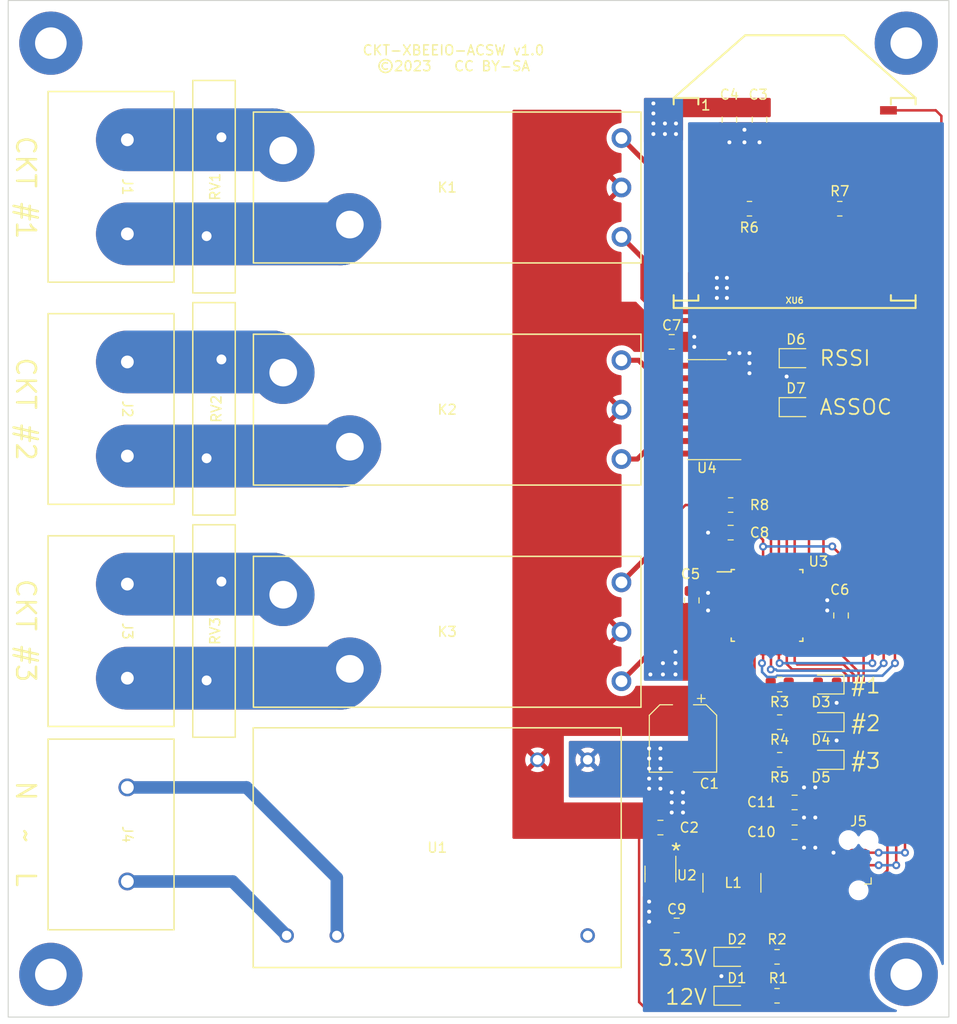
<source format=kicad_pcb>
(kicad_pcb (version 20211014) (generator pcbnew)
  (layers (0 "F.Cu" signal) (31 "B.Cu" signal) (34 "B.Paste" user) (35 "F.Paste" user) (36 "B.SilkS" user "B.Silkscreen") (37 "F.SilkS" user "F.Silkscreen") (38 "B.Mask" user) (39 "F.Mask" user) (44 "Edge.Cuts" user))
  (net 0 "")
  (net 1 "+12V")
  (net 2 "GND")
  (net 3 "+3.3V")
  (net 4 "Net-(C9-Pad1)")
  (net 5 "Net-(C9-Pad2)")
  (net 6 "Net-(D1-Pad2)")
  (net 7 "Net-(D2-Pad2)")
  (net 8 "Net-(D3-Pad2)")
  (net 9 "Net-(D4-Pad2)")
  (net 10 "Net-(D5-Pad2)")
  (net 11 "Net-(D6-Pad2)")
  (net 12 "Net-(D7-Pad2)")
  (net 13 "Net-(J1-Pad1)")
  (net 14 "Net-(J1-Pad2)")
  (net 15 "Net-(J2-Pad1)")
  (net 16 "Net-(J2-Pad2)")
  (net 17 "Net-(J3-Pad1)")
  (net 18 "Net-(J3-Pad2)")
  (net 19 "/MISO")
  (net 20 "/SCK")
  (net 21 "/MOSI")
  (net 22 "Net-(K3-Pad1)")
  (net 23 "Net-(K3-Pad2)")
  (net 24 "Net-(R3-Pad2)")
  (net 25 "Net-(R4-Pad2)")
  (net 26 "Net-(R5-Pad2)")
  (net 27 "Net-(R6-Pad2)")
  (net 28 "Net-(R7-Pad2)")
  (net 34 "/IN1")
  (net 35 "/IN2")
  (net 36 "/IN3")
  (net 40 "Net-(U3-Pad23)")
  (net 41 "Net-(U3-Pad24)")
  (net 42 "Net-(U3-Pad25)")
  (net 43 "Net-(U3-Pad26)")
  (net 44 "Net-(U3-Pad27)")
  (net 45 "Net-(U3-Pad28)")
  (net 63 "/Neutral")
  (net 64 "/Line")
  (net 69 "Net-(K1-Pad2)")
  (net 70 "Net-(K2-Pad1)")
  (net 71 "Net-(K2-Pad2)")
  (net 72 "Net-(K1-Pad1)")
  (net 73 "/~{RESET}")
  (footprint "ISE_UltraLibrarian:CONN_1714971_PXC" (layer "F.Cu") (at 43.815 99.06 -90)
    (fp_text reference "J2")
    (fp_text value "Screw_Terminal_01x02")
  )
  (footprint "ISE_Generic:ADJH2xxxx" (layer "F.Cu") (at 93.844998 131.365 180)
    (fp_text reference "K3")
    (fp_text value "ADJH23xxx")
  )
  (footprint "Package_QFP:TQFP-32_7x7mm_P0.8mm" (layer "F.Cu") (at 108.585 123.698)
    (fp_text reference "U3")
    (fp_text value "ATmega328P-A")
  )
  (footprint "LED_SMD:LED_0805_2012Metric" (layer "F.Cu") (at 104.902 159.258)
    (fp_text reference "D2")
    (fp_text value "GREEN")
  )
  (footprint "SparkFun RF:XBEE-SMD" (layer "F.Cu") (at 111.379 93.599)
    (fp_text reference "XU6")
    (fp_text value "XB3-24Z8PT" hide)
  )
  (footprint "Capacitor_SMD:C_0805_2012Metric" (layer "F.Cu") (at 100.965 123.19 90)
    (fp_text reference "C5")
    (fp_text value "0.1uF")
  )
  (footprint "ISE_Generic:ADJH2xxxx" (layer "F.Cu") (at 93.844998 108.886 180)
    (fp_text reference "K2")
    (fp_text value "ADJH23xxx")
  )
  (footprint "LED_SMD:LED_0805_2012Metric" (layer "F.Cu") (at 114.6935 135.509 180)
    (fp_text reference "D4")
    (fp_text value "BLUE")
  )
  (footprint "LED_SMD:LED_0805_2012Metric" (layer "F.Cu") (at 114.6935 139.319 180)
    (fp_text reference "D5")
    (fp_text value "BLUE")
  )
  (footprint "Capacitor_SMD:CP_Elec_6.3x5.8" (layer "F.Cu") (at 100.076 137.16 -90)
    (fp_text reference "C1")
    (fp_text value "68uF")
  )
  (footprint "Capacitor_SMD:C_0805_2012Metric" (layer "F.Cu") (at 111.379 143.637)
    (fp_text reference "C11")
    (fp_text value "22uF")
  )
  (footprint "LED_SMD:LED_0805_2012Metric" (layer "F.Cu") (at 114.6935 131.699 180)
    (fp_text reference "D3")
    (fp_text value "BLUE")
  )
  (footprint "Capacitor_SMD:C_0805_2012Metric" (layer "F.Cu") (at 98.933 97.028)
    (fp_text reference "C7")
    (fp_text value "10uF")
  )
  (footprint "Capacitor_SMD:C_0805_2012Metric" (layer "F.Cu") (at 104.775 74.549 -90)
    (fp_text reference "C4")
    (fp_text value "8.2pF")
  )
  (footprint "Connector:Tag-Connect_TC2030-IDC-NL_2x03_P1.27mm_Vertical" (layer "F.Cu") (at 117.856 149.987 90)
    (fp_text reference "J5")
    (fp_text value "Conn_AVR_TagConnect_TC2030")
  )
  (footprint "LED_SMD:LED_0805_2012Metric" (layer "F.Cu") (at 111.506 103.632)
    (fp_text reference "D7")
    (fp_text value "RED")
  )
  (footprint "ISE_UltraLibrarian:CONN_1714971_PXC" (layer "F.Cu") (at 43.815 142.113 -90)
    (fp_text reference "J4")
    (fp_text value "Screw_Terminal_01x02")
  )
  (footprint "MountingHole:MountingHole_3.2mm_M3_Pad" (layer "F.Cu") (at 36.068 66.802)
    (fp_text reference "H1" hide)
    (fp_text value "MountingHole")
  )
  (footprint "Resistor_SMD:R_0805_2012Metric" (layer "F.Cu") (at 104.902 113.538 180)
    (fp_text reference "R8")
    (fp_text value "10k")
  )
  (footprint "LED_SMD:LED_0805_2012Metric" (layer "F.Cu") (at 111.506 98.679)
    (fp_text reference "D6")
    (fp_text value "YELLOW")
  )
  (footprint "ISE_UltraLibrarian:RAC03E-K_277_RCP" (layer "F.Cu") (at 59.944 157.099 90)
    (fp_text reference "U1")
    (fp_text value "RAC03E-12SK_277")
  )
  (footprint "Resistor_SMD:R_0805_2012Metric" (layer "F.Cu") (at 109.601 163.195)
    (fp_text reference "R1")
    (fp_text value "3k")
  )
  (footprint "Capacitor_SMD:C_0805_2012Metric" (layer "F.Cu") (at 111.379 146.652)
    (fp_text reference "C10")
    (fp_text value "22uF")
  )
  (footprint "Varistor:RV_Disc_D21.5mm_W4.3mm_P10mm" (layer "F.Cu") (at 53.34 76.327 -90)
    (fp_text reference "RV1")
    (fp_text value "V20E150P")
  )
  (footprint "Resistor_SMD:R_0805_2012Metric" (layer "F.Cu") (at 106.807 83.55638 180)
    (fp_text reference "R6")
    (fp_text value "330")
  )
  (footprint "Package_SO:SO-16_3.9x9.9mm_P1.27mm" (layer "F.Cu") (at 102.489 103.886 180)
    (fp_text reference "U4")
    (fp_text value "ULN2003A")
  )
  (footprint "Capacitor_SMD:C_0805_2012Metric" (layer "F.Cu") (at 116.078 124.714 90)
    (fp_text reference "C6")
    (fp_text value "0.1uF")
  )
  (footprint "Resistor_SMD:R_0805_2012Metric" (layer "F.Cu") (at 115.951 83.55638)
    (fp_text reference "R7")
    (fp_text value "330")
  )
  (footprint "ISE_Generic:ADJH2xxxx" (layer "F.Cu") (at 93.844998 86.407 180)
    (fp_text reference "K1")
    (fp_text value "ADJH23xxx")
  )
  (footprint "ISE_UltraLibrarian:CONN_1714971_PXC" (layer "F.Cu") (at 43.815 121.539 -90)
    (fp_text reference "J3")
    (fp_text value "Screw_Terminal_01x02")
  )
  (footprint "ISE_UltraLibrarian:CONN_1714971_PXC" (layer "F.Cu") (at 43.815 76.581 -90)
    (fp_text reference "J1")
    (fp_text value "Screw_Terminal_01x02")
  )
  (footprint "Varistor:RV_Disc_D21.5mm_W4.3mm_P10mm" (layer "F.Cu") (at 53.34 98.806 -90)
    (fp_text reference "RV2")
    (fp_text value "V20E150P")
  )
  (footprint "Package_TO_SOT_SMD:TSOT-23-6" (layer "F.Cu") (at 97.79 150.876 -90)
    (fp_text reference "U2")
    (fp_text value "AP63203WU")
  )
  (footprint "ISE_UltraLibrarian:MSS6132-xxxMLC" (layer "F.Cu") (at 105.029 151.765 90)
    (fp_text reference "L1")
    (fp_text value "4.7uH" hide)
  )
  (footprint "Resistor_SMD:R_0805_2012Metric" (layer "F.Cu") (at 109.8675 131.699 180)
    (fp_text reference "R3")
    (fp_text value "1k")
  )
  (footprint "MountingHole:MountingHole_3.2mm_M3_Pad" (layer "F.Cu") (at 122.682 161.036)
    (fp_text reference "H3" hide)
    (fp_text value "MountingHole")
  )
  (footprint "Capacitor_SMD:C_0805_2012Metric" (layer "F.Cu") (at 97.79 146.177)
    (fp_text reference "C2")
    (fp_text value "10uF")
  )
  (footprint "Resistor_SMD:R_0805_2012Metric" (layer "F.Cu") (at 109.601 159.258)
    (fp_text reference "R2")
    (fp_text value "330")
  )
  (footprint "MountingHole:MountingHole_3.2mm_M3_Pad" (layer "F.Cu") (at 36.068 161.036)
    (fp_text reference "H4" hide)
    (fp_text value "MountingHole")
  )
  (footprint "Resistor_SMD:R_0805_2012Metric" (layer "F.Cu") (at 109.8675 135.509 180)
    (fp_text reference "R4")
    (fp_text value "1k")
  )
  (footprint "Capacitor_SMD:C_0805_2012Metric" (layer "F.Cu") (at 107.823 74.549 -90)
    (fp_text reference "C3")
    (fp_text value "1uF")
  )
  (footprint "Resistor_SMD:R_0805_2012Metric" (layer "F.Cu") (at 109.8675 139.319 180)
    (fp_text reference "R5")
    (fp_text value "1k")
  )
  (footprint "Capacitor_SMD:C_0805_2012Metric" (layer "F.Cu") (at 104.902 116.332 180)
    (fp_text reference "C8")
    (fp_text value "1uF")
  )
  (footprint "Capacitor_SMD:C_0805_2012Metric" (layer "F.Cu") (at 99.441 156.083)
    (fp_text reference "C9")
    (fp_text value "0.1uF")
  )
  (footprint "LED_SMD:LED_0805_2012Metric" (layer "F.Cu") (at 104.902 163.195)
    (fp_text reference "D1")
    (fp_text value "GREEN")
  )
  (footprint "Varistor:RV_Disc_D21.5mm_W4.3mm_P10mm" (layer "F.Cu") (at 53.34 121.285 -90)
    (fp_text reference "RV3")
    (fp_text value "V20E150P")
  )
  (footprint "MountingHole:MountingHole_3.2mm_M3_Pad" (layer "F.Cu") (at 122.682 66.802)
    (fp_text reference "H2" hide)
    (fp_text value "MountingHole")
  )
  (gr_rect (start 31.75 62.484) (end 127 165.354) (layer "Edge.Cuts") (width 0.1) (fill none))
  (gr_text "CKT #3" (at 33.528 126.238 270) (layer "F.SilkS") (effects (font (size 1.905 1.905) (thickness 0.254))))
  (gr_text "ASSOC" (at 113.792 103.632) (layer "F.SilkS") (effects (font (size 1.524 1.524) (thickness 0.1778)) (justify left)))
  (gr_text "*" (at 98.679 148.59) (layer "F.SilkS") (effects (font (size 1.524 1.524) (thickness 0.1778)) (justify left)))
  (gr_text "N  ~  L" (at 33.528 146.812 270) (layer "F.SilkS") (effects (font (size 1.905 1.905) (thickness 0.254))))
  (gr_text "RSSI" (at 113.792 98.679) (layer "F.SilkS") (effects (font (size 1.524 1.524) (thickness 0.1778)) (justify left)))
  (gr_text "CKT #1" (at 33.528 81.407 270) (layer "F.SilkS") (effects (font (size 1.905 1.905) (thickness 0.254))))
  (gr_text "#2" (at 116.9795 135.636) (layer "F.SilkS") (effects (font (size 1.524 1.524) (thickness 0.1778)) (justify left)))
  (gr_text "CKT-XBEEIO-ACSW v1.0\n©2023   CC BY-SA" (at 76.835 68.326) (layer "F.SilkS") (effects (font (size 1 1))))
  (gr_text "3.3V" (at 102.616 159.385) (layer "F.SilkS") (effects (font (size 1.524 1.524) (thickness 0.1778)) (justify right)))
  (gr_text "CKT #2" (at 33.528 103.825 270) (layer "F.SilkS") (effects (font (size 1.905 1.905) (thickness 0.254))))
  (gr_text "#3" (at 116.9795 139.446) (layer "F.SilkS") (effects (font (size 1.524 1.524) (thickness 0.1778)) (justify left)))
  (gr_text "#1" (at 116.9795 131.826) (layer "F.SilkS") (effects (font (size 1.524 1.524) (thickness 0.1778)) (justify left)))
  (gr_text "12V" (at 102.616 163.322) (layer "F.SilkS") (effects (font (size 1.524 1.524) (thickness 0.1778)) (justify right)))
  (segment (start 96.393 164.592) (end 95.631 163.83) (width 0.254) (layer "F.Cu") (net 1))
  (segment (start 96.84 148.021) (end 96.84 146.177) (width 0.381) (layer "F.Cu") (net 1))
  (segment (start 97.79 149.7385) (end 97.79 148.463) (width 0.381) (layer "F.Cu") (net 1))
  (segment (start 95.631 163.83) (end 95.631 146.304) (width 0.254) (layer "F.Cu") (net 1))
  (segment (start 96.84 149.7385) (end 96.84 148.021) (width 0.381) (layer "F.Cu") (net 1))
  (segment (start 110.5135 164.1875) (end 110.109 164.592) (width 0.254) (layer "F.Cu") (net 1))
  (segment (start 110.5135 163.195) (end 110.5135 164.1875) (width 0.254) (layer "F.Cu") (net 1))
  (segment (start 98.552 99.441) (end 97.983 98.872) (width 0.508) (layer "F.Cu") (net 1))
  (segment (start 110.109 164.592) (end 96.393 164.592) (width 0.254) (layer "F.Cu") (net 1))
  (segment (start 99.914 99.441) (end 98.552 99.441) (width 0.508) (layer "F.Cu") (net 1))
  (segment (start 97.79 148.463) (end 97.348 148.021) (width 0.381) (layer "F.Cu") (net 1))
  (segment (start 97.348 148.021) (end 96.84 148.021) (width 0.381) (layer "F.Cu") (net 1))
  (segment (start 97.983 98.872) (end 97.983 97.028) (width 0.508) (layer "F.Cu") (net 1))
  (segment (start 102.724 124.098) (end 102.616 124.206) (width 0.508) (layer "F.Cu") (net 2))
  (segment (start 105.518 124.098) (end 105.791 123.825) (width 0.508) (layer "F.Cu") (net 2))
  (segment (start 103.9645 161.2115) (end 103.9645 159.258) (width 0.254) (layer "F.Cu") (net 2))
  (segment (start 115.631 137.3655) (end 115.631 133.5555) (width 0.254) (layer "F.Cu") (net 2))
  (segment (start 115.631 133.5555) (end 115.631 131.699) (width 0.254) (layer "F.Cu") (net 2))
  (segment (start 96.84 152.0135) (end 96.84 153.477) (width 0.381) (layer "F.Cu") (net 2))
  (segment (start 105.791 122.809) (end 105.48 122.498) (width 0.508) (layer "F.Cu") (net 2))
  (segment (start 102.616 122.428) (end 101.153 122.428) (width 0.508) (layer "F.Cu") (net 2))
  (segment (start 110.5685 100.5355) (end 110.5685 98.679) (width 0.254) (layer "F.Cu") (net 2))
  (segment (start 105.791 123.825) (end 105.791 122.809) (width 0.508) (layer "F.Cu") (net 2))
  (segment (start 117.221 148.717) (end 115.316 148.717) (width 0.254) (layer "F.Cu") (net 2))
  (segment (start 105.48 122.498) (end 104.335 122.498) (width 0.508) (layer "F.Cu") (net 2))
  (segment (start 104.335 124.098) (end 105.518 124.098) (width 0.508) (layer "F.Cu") (net 2))
  (segment (start 112.835 123.298) (end 114.573 123.298) (width 0.508) (layer "F.Cu") (net 2))
  (segment (start 103.9645 163.068) (end 103.9645 161.2115) (width 0.254) (layer "F.Cu") (net 2))
  (segment (start 101.153 122.428) (end 100.965 122.24) (width 0.508) (layer "F.Cu") (net 2))
  (segment (start 103.952 116.332) (end 102.616 116.332) (width 0.254) (layer "F.Cu") (net 2))
  (segment (start 115.631 139.319) (end 115.631 137.3655) (width 0.254) (layer "F.Cu") (net 2))
  (segment (start 102.686 122.498) (end 102.616 122.428) (width 0.508) (layer "F.Cu") (net 2))
  (segment (start 104.335 122.498) (end 102.686 122.498) (width 0.508) (layer "F.Cu") (net 2))
  (segment (start 110.5685 103.632) (end 110.5685 100.5355) (width 0.254) (layer "F.Cu") (net 2))
  (segment (start 104.335 124.098) (end 102.724 124.098) (width 0.508) (layer "F.Cu") (net 2))
  (segment (start 96.84 153.477) (end 96.647 153.67) (width 0.381) (layer "F.Cu") (net 2))
  (via (at 106.807 98.171) (size 0.8) (drill 0.4) (layers "F.Cu" "B.Cu") (net 2))
  (via (at 102.616 122.428) (size 0.8) (drill 0.4) (layers "F.Cu" "B.Cu") (net 2))
  (via (at 104.775 98.171) (size 0.8) (drill 0.4) (layers "F.Cu" "B.Cu") (net 2))
  (via (at 96.647 140.208) (size 0.8) (drill 0.4) (layers "F.Cu" "B.Cu") (net 2))
  (via (at 112.329 148.209) (size 0.8) (drill 0.4) (layers "F.Cu" "B.Cu") (net 2))
  (via (at 104.521 92.583) (size 0.8) (drill 0.4) (layers "F.Cu" "B.Cu") (net 2))
  (via (at 112.329 145.161) (size 0.8) (drill 0.4) (layers "F.Cu" "B.Cu") (net 2))
  (via (at 96.647 153.67) (size 0.8) (drill 0.4) (layers "F.Cu" "B.Cu") (net 2))
  (via (at 97.79 140.208) (size 0.8) (drill 0.4) (layers "F.Cu" "B.Cu") (net 2))
  (via (at 100.076 142.621) (size 0.8) (drill 0.4) (layers "F.Cu" "B.Cu") (net 2))
  (via (at 96.647 154.686) (size 0.8) (drill 0.4) (layers "F.Cu" "B.Cu") (net 2))
  (via (at 96.647 155.702) (size 0.8) (drill 0.4) (layers "F.Cu" "B.Cu") (net 2))
  (via (at 113.472 142.113) (size 0.8) (drill 0.4) (layers "F.Cu" "B.Cu") (net 2))
  (via (at 102.616 116.332) (size 0.8) (drill 0.4) (layers "F.Cu" "B.Cu") (net 2))
  (via (at 100.076 144.653) (size 0.8) (drill 0.4) (layers "F.Cu" "B.Cu") (net 2))
  (via (at 97.79 142.24) (size 0.8) (drill 0.4) (layers "F.Cu" "B.Cu") (net 2))
  (via (at 97.79 141.224) (size 0.8) (drill 0.4) (layers "F.Cu" "B.Cu") (net 2))
  (via (at 105.791 98.171) (size 0.8) (drill 0.4) (layers "F.Cu" "B.Cu") (net 2))
  (via (at 106.299 76.835) (size 0.8) (drill 0.4) (layers "F.Cu" "B.Cu") (net 2))
  (via (at 106.299 75.565) (size 0.8) (drill 0.4) (layers "F.Cu" "B.Cu") (net 2))
  (via (at 96.647 142.24) (size 0.8) (drill 0.4) (layers "F.Cu" "B.Cu") (net 2))
  (via (at 104.521 90.551) (size 0.8) (drill 0.4) (layers "F.Cu" "B.Cu") (net 2))
  (via (at 104.521 91.567) (size 0.8) (drill 0.4) (layers "F.Cu" "B.Cu") (net 2))
  (via (at 113.472 145.161) (size 0.8) (drill 0.4) (layers "F.Cu" "B.Cu") (net 2))
  (via (at 98.933 142.621) (size 0.8) (drill 0.4) (layers "F.Cu" "B.Cu") (net 2))
  (via (at 107.823 76.835) (size 0.8) (drill 0.4) (layers "F.Cu" "B.Cu") (net 2))
  (via (at 96.647 139.192) (size 0.8) (drill 0.4) (layers "F.Cu" "B.Cu") (net 2))
  (via (at 104.775 76.835) (size 0.8) (drill 0.4) (layers "F.Cu" "B.Cu") (net 2))
  (via (at 96.647 138.176) (size 0.8) (drill 0.4) (layers "F.Cu" "B.Cu") (net 2))
  (via (at 114.681 124.206) (size 0.8) (drill 0.4) (layers "F.Cu" "B.Cu") (net 2))
  (via (at 103.505 92.583) (size 0.8) (drill 0.4) (layers "F.Cu" "B.Cu") (net 2))
  (via (at 102.616 124.206) (size 0.8) (drill 0.4) (layers "F.Cu" "B.Cu") (net 2))
  (via (at 115.631 133.5555) (size 0.8) (drill 0.4) (layers "F.Cu" "B.Cu") (net 2))
  (via (at 101.219 96.52) (size 0.8) (drill 0.4) (layers "F.Cu" "B.Cu") (net 2))
  (via (at 112.329 142.113) (size 0.8) (drill 0.4) (layers "F.Cu" "B.Cu") (net 2))
  (via (at 103.505 91.567) (size 0.8) (drill 0.4) (layers "F.Cu" "B.Cu") (net 2))
  (via (at 113.472 148.209) (size 0.8) (drill 0.4) (layers "F.Cu" "B.Cu") (net 2))
  (via (at 96.647 141.224) (size 0.8) (drill 0.4) (layers "F.Cu" "B.Cu") (net 2))
  (via (at 106.807 100.203) (size 0.8) (drill 0.4) (layers "F.Cu" "B.Cu") (net 2))
  (via (at 103.9645 161.2115) (size 0.8) (drill 0.4) (layers "F.Cu" "B.Cu") (net 2))
  (via (at 103.505 90.551) (size 0.8) (drill 0.4) (layers "F.Cu" "B.Cu") (net 2))
  (via (at 101.219 97.536) (size 0.8) (drill 0.4) (layers "F.Cu" "B.Cu") (net 2))
  (via (at 97.79 138.176) (size 0.8) (drill 0.4) (layers "F.Cu" "B.Cu") (net 2))
  (via (at 115.316 148.717) (size 0.8) (drill 0.4) (layers "F.Cu" "B.Cu") (net 2))
  (via (at 97.79 139.192) (size 0.8) (drill 0.4) (layers "F.Cu" "B.Cu") (net 2))
  (via (at 100.076 143.637) (size 0.8) (drill 0.4) (layers "F.Cu" "B.Cu") (net 2))
  (via (at 115.631 137.3655) (size 0.8) (drill 0.4) (layers "F.Cu" "B.Cu") (net 2))
  (via (at 98.933 143.637) (size 0.8) (drill 0.4) (layers "F.Cu" "B.Cu") (net 2))
  (via (at 114.681 123.171) (size 0.8) (drill 0.4) (layers "F.Cu" "B.Cu") (net 2))
  (via (at 98.933 144.653) (size 0.8) (drill 0.4) (layers "F.Cu" "B.Cu") (net 2))
  (via (at 110.5685 100.5355) (size 0.8) (drill 0.4) (layers "F.Cu" "B.Cu") (net 2))
  (via (at 106.807 99.187) (size 0.8) (drill 0.4) (layers "F.Cu" "B.Cu") (net 2))
  (segment (start 111.633 151.257) (end 110.109 149.733) (width 0.254) (layer "F.Cu") (net 3))
  (segment (start 104.335 124.898) (end 103.131739 124.898) (width 0.508) (layer "F.Cu") (net 3))
  (segment (start 103.131739 124.898) (end 102.969739 125.06) (width 0.508) (layer "F.Cu") (net 3))
  (segment (start 98.74 149.7385) (end 104.7805 149.7385) (width 0.635) (layer "F.Cu") (net 3))
  (segment (start 117.221 151.257) (end 112.903 151.257) (width 0.254) (layer "F.Cu") (net 3))
  (segment (start 112.903 151.257) (end 111.633 151.257) (width 0.254) (layer "F.Cu") (net 3))
  (segment (start 103.9895 113.538) (end 100.33 113.538) (width 0.254) (layer "F.Cu") (net 3))
  (segment (start 111.633 158.877) (end 111.252 159.258) (width 0.254) (layer "F.Cu") (net 3))
  (segment (start 112.835 125.698) (end 111.855 125.698) (width 0.508) (layer "F.Cu") (net 3))
  (segment (start 101.885 125.06) (end 100.965 124.14) (width 0.508) (layer "F.Cu") (net 3))
  (segment (start 111.633 151.257) (end 111.633 158.877) (width 0.254) (layer "F.Cu") (net 3))
  (segment (start 111.055 124.898) (end 104.335 124.898) (width 0.508) (layer "F.Cu") (net 3))
  (segment (start 112.835 125.698) (end 116.044 125.698) (width 0.508) (layer "F.Cu") (net 3))
  (segment (start 99.568 114.3) (end 99.568 124.46) (width 0.254) (layer "F.Cu") (net 3))
  (segment (start 111.252 159.258) (end 110.5135 159.258) (width 0.254) (layer "F.Cu") (net 3))
  (segment (start 116.044 125.698) (end 116.078 125.664) (width 0.508) (layer "F.Cu") (net 3))
  (segment (start 101.807 123.298) (end 100.965 124.14) (width 0.508) (layer "F.Cu") (net 3))
  (segment (start 100.33 113.538) (end 99.568 114.3) (width 0.254) (layer "F.Cu") (net 3))
  (segment (start 102.969739 125.06) (end 101.885 125.06) (width 0.508) (layer "F.Cu") (net 3))
  (segment (start 104.335 123.298) (end 101.807 123.298) (width 0.508) (layer "F.Cu") (net 3))
  (segment (start 111.855 125.698) (end 111.055 124.898) (width 0.508) (layer "F.Cu") (net 3))
  (via (at 99.3648 75.9968) (size 0.8) (drill 0.4) (layers "F.Cu" "B.Cu") (net 3))
  (via (at 98.044 129.54) (size 0.8) (drill 0.4) (layers "F.Cu" "B.Cu") (net 3))
  (via (at 97.0788 74.93) (size 0.8) (drill 0.4) (layers "F.Cu" "B.Cu") (net 3))
  (via (at 97.0788 75.9968) (size 0.8) (drill 0.4) (layers "F.Cu" "B.Cu") (net 3))
  (via (at 98.044 130.683) (size 0.8) (drill 0.4) (layers "F.Cu" "B.Cu") (net 3))
  (via (at 96.774 130.683) (size 0.8) (drill 0.4) (layers "F.Cu" "B.Cu") (net 3))
  (via (at 99.314 129.54) (size 0.8) (drill 0.4) (layers "F.Cu" "B.Cu") (net 3))
  (via (at 98.2472 74.93) (size 0.8) (drill 0.4) (layers "F.Cu" "B.Cu") (net 3))
  (via (at 99.314 128.397) (size 0.8) (drill 0.4) (layers "F.Cu" "B.Cu") (net 3))
  (via (at 97.0788 73.914) (size 0.8) (drill 0.4) (layers "F.Cu" "B.Cu") (net 3))
  (via (at 99.3648 74.93) (size 0.8) (drill 0.4) (layers "F.Cu" "B.Cu") (net 3))
  (via (at 97.0788 72.898) (size 0.8) (drill 0.4) (layers "F.Cu" "B.Cu") (net 3))
  (via (at 98.2472 75.9968) (size 0.8) (drill 0.4) (layers "F.Cu" "B.Cu") (net 3))
  (via (at 99.314 130.683) (size 0.8) (drill 0.4) (layers "F.Cu" "B.Cu") (net 3))
  (segment (start 98.491 156.083) (end 98.491 154.625) (width 0.381) (layer "F.Cu") (net 4))
  (segment (start 99.314 150.876) (end 101.9937 153.5557) (width 0.381) (layer "F.Cu") (net 4))
  (segment (start 98.044 150.876) (end 97.79 151.13) (width 0.381) (layer "F.Cu") (net 4))
  (segment (start 99.314 150.876) (end 98.044 150.876) (width 0.381) (layer "F.Cu") (net 4))
  (segment (start 98.491 154.625) (end 97.79 153.924) (width 0.381) (layer "F.Cu") (net 4))
  (segment (start 97.79 151.13) (end 97.79 152.0135) (width 0.381) (layer "F.Cu") (net 4))
  (segment (start 97.79 153.924) (end 97.79 152.0135) (width 0.381) (layer "F.Cu") (net 4))
  (segment (start 101.9937 153.5557) (end 105.029 153.5557) (width 0.381) (layer "F.Cu") (net 4))
  (segment (start 98.74 153.223) (end 100.391 154.874) (width 0.381) (layer "F.Cu") (net 5))
  (segment (start 100.391 154.874) (end 100.391 156.083) (width 0.381) (layer "F.Cu") (net 5))
  (segment (start 98.74 152.0135) (end 98.74 153.223) (width 0.381) (layer "F.Cu") (net 5))
  (segment (start 108.6885 163.195) (end 105.8395 163.195) (width 0.254) (layer "F.Cu") (net 6))
  (segment (start 108.6885 159.258) (end 105.8395 159.258) (width 0.254) (layer "F.Cu") (net 7))
  (segment (start 110.78 131.699) (end 113.756 131.699) (width 0.254) (layer "F.Cu") (net 8))
  (segment (start 110.78 135.509) (end 113.756 135.509) (width 0.254) (layer "F.Cu") (net 9))
  (segment (start 110.78 139.319) (end 113.756 139.319) (width 0.254) (layer "F.Cu") (net 10))
  (segment (start 107.7195 83.55638) (end 110.48038 83.55638) (width 0.254) (layer "F.Cu") (net 11))
  (segment (start 112.4435 85.5195) (end 112.4435 98.679) (width 0.254) (layer "F.Cu") (net 11))
  (segment (start 110.48038 83.55638) (end 112.4435 85.5195) (width 0.254) (layer "F.Cu") (net 11))
  (segment (start 115.0385 83.55638) (end 115.0385 102.5125) (width 0.254) (layer "F.Cu") (net 12))
  (segment (start 113.919 103.632) (end 112.4435 103.632) (width 0.254) (layer "F.Cu") (net 12))
  (segment (start 115.0385 102.5125) (end 113.919 103.632) (width 0.254) (layer "F.Cu") (net 12))
  (segment (start 58.518998 76.581) (end 59.594998 77.657) (width 6.35) (layer "F.Cu") (net 13))
  (segment (start 43.815 76.581) (end 58.518998 76.581) (width 6.35) (layer "F.Cu") (net 13))
  (segment (start 58.518998 76.581) (end 59.594998 77.657) (width 6.35) (layer "B.Cu") (net 13))
  (segment (start 43.815 76.581) (end 58.518998 76.581) (width 6.35) (layer "B.Cu") (net 13))
  (segment (start 43.815 86.101001) (end 65.400997 86.101001) (width 6.35) (layer "F.Cu") (net 14))
  (segment (start 65.400997 86.101001) (end 66.344998 85.157) (width 6.35) (layer "F.Cu") (net 14))
  (segment (start 65.400997 86.101001) (end 66.344998 85.157) (width 6.35) (layer "B.Cu") (net 14))
  (segment (start 43.815 86.101001) (end 65.400997 86.101001) (width 6.35) (layer "B.Cu") (net 14))
  (segment (start 43.815 99.06) (end 58.518998 99.06) (width 6.35) (layer "F.Cu") (net 15))
  (segment (start 58.518998 99.06) (end 59.594998 100.136) (width 6.35) (layer "F.Cu") (net 15))
  (segment (start 58.518998 99.06) (end 59.594998 100.136) (width 6.35) (layer "B.Cu") (net 15))
  (segment (start 43.815 99.06) (end 58.518998 99.06) (width 6.35) (layer "B.Cu") (net 15))
  (segment (start 43.815 108.580001) (end 65.400997 108.580001) (width 6.35) (layer "F.Cu") (net 16))
  (segment (start 65.400997 108.580001) (end 66.344998 107.636) (width 6.35) (layer "F.Cu") (net 16))
  (segment (start 43.815 108.580001) (end 65.400997 108.580001) (width 6.35) (layer "B.Cu") (net 16))
  (segment (start 65.400997 108.580001) (end 66.344998 107.636) (width 6.35) (layer "B.Cu") (net 16))
  (segment (start 43.815 121.539) (end 58.518998 121.539) (width 6.35) (layer "F.Cu") (net 17))
  (segment (start 58.518998 121.539) (end 59.594998 122.615) (width 6.35) (layer "F.Cu") (net 17))
  (segment (start 58.518998 121.539) (end 59.594998 122.615) (width 6.35) (layer "B.Cu") (net 17))
  (segment (start 43.815 121.539) (end 58.518998 121.539) (width 6.35) (layer "B.Cu") (net 17))
  (segment (start 65.400997 131.059001) (end 66.344998 130.115) (width 6.35) (layer "F.Cu") (net 18))
  (segment (start 43.815 131.059001) (end 65.400997 131.059001) (width 6.35) (layer "F.Cu") (net 18))
  (segment (start 43.815 131.059001) (end 65.400997 131.059001) (width 6.35) (layer "B.Cu") (net 18))
  (segment (start 65.400997 131.059001) (end 66.344998 130.115) (width 6.35) (layer "B.Cu") (net 18))
  (segment (start 120.015 151.257) (end 118.491 151.257) (width 0.254) (layer "F.Cu") (net 19))
  (segment (start 120.777 146.431) (end 120.777 150.495) (width 0.254) (layer "F.Cu") (net 19))
  (segment (start 117.348 143.002) (end 120.777 146.431) (width 0.254) (layer "F.Cu") (net 19))
  (segment (start 111.385 129.419) (end 111.633 129.667) (width 0.254) (layer "F.Cu") (net 19))
  (segment (start 117.348 130.683) (end 117.348 143.002) (width 0.254) (layer "F.Cu") (net 19))
  (segment (start 116.332 129.667) (end 117.348 130.683) (width 0.254) (layer "F.Cu") (net 19))
  (segment (start 120.777 150.495) (end 120.015 151.257) (width 0.254) (layer "F.Cu") (net 19))
  (segment (start 111.633 129.667) (end 116.332 129.667) (width 0.254) (layer "F.Cu") (net 19))
  (segment (start 111.385 127.948) (end 111.385 129.419) (width 0.254) (layer "F.Cu") (net 19))
  (segment (start 121.666 149.987) (end 121.666 146.558) (width 0.254) (layer "F.Cu") (net 20))
  (segment (start 121.666 146.558) (end 117.856 142.748) (width 0.254) (layer "F.Cu") (net 20))
  (segment (start 113.928526 126.498) (end 112.835 126.498) (width 0.254) (layer "F.Cu") (net 20))
  (segment (start 117.856 142.748) (end 117.856 130.425474) (width 0.254) (layer "F.Cu") (net 20))
  (segment (start 118.491 149.987) (end 119.888 149.987) (width 0.254) (layer "F.Cu") (net 20))
  (segment (start 117.856 130.425474) (end 113.928526 126.498) (width 0.254) (layer "F.Cu") (net 20))
  (via (at 121.666 149.987) (size 0.8) (drill 0.4) (layers "F.Cu" "B.Cu") (net 20))
  (via (at 119.888 149.987) (size 0.8) (drill 0.4) (layers "F.Cu" "B.Cu") (net 20))
  (segment (start 119.888 149.987) (end 121.666 149.987) (width 0.254) (layer "B.Cu") (net 20))
  (segment (start 115.189 149.987) (end 114.554 149.352) (width 0.254) (layer "F.Cu") (net 21))
  (segment (start 116.84 143.002) (end 116.84 130.937) (width 0.254) (layer "F.Cu") (net 21))
  (segment (start 114.554 145.288) (end 116.84 143.002) (width 0.254) (layer "F.Cu") (net 21))
  (segment (start 111.125 130.175) (end 110.585 129.635) (width 0.254) (layer "F.Cu") (net 21))
  (segment (start 116.078 130.175) (end 111.125 130.175) (width 0.254) (layer "F.Cu") (net 21))
  (segment (start 117.221 149.987) (end 115.189 149.987) (width 0.254) (layer "F.Cu") (net 21))
  (segment (start 116.84 130.937) (end 116.078 130.175) (width 0.254) (layer "F.Cu") (net 21))
  (segment (start 110.585 129.635) (end 110.585 127.948) (width 0.254) (layer "F.Cu") (net 21))
  (segment (start 114.554 149.352) (end 114.554 145.288) (width 0.254) (layer "F.Cu") (net 21))
  (segment (start 98.806 107.061) (end 99.914 107.061) (width 0.508) (layer "F.Cu") (net 22))
  (segment (start 97.536 108.331) (end 98.806 107.061) (width 0.508) (layer "F.Cu") (net 22))
  (segment (start 97.536 117.673998) (end 97.536 108.331) (width 0.508) (layer "F.Cu") (net 22))
  (segment (start 93.844998 121.365) (end 97.536 117.673998) (width 0.508) (layer "F.Cu") (net 22))
  (segment (start 98.298 108.712) (end 98.298 126.911998) (width 0.508) (layer "F.Cu") (net 23))
  (segment (start 98.298 126.911998) (end 93.844998 131.365) (width 0.508) (layer "F.Cu") (net 23))
  (segment (start 99.914 108.331) (end 98.679 108.331) (width 0.508) (layer "F.Cu") (net 23))
  (segment (start 98.679 108.331) (end 98.298 108.712) (width 0.508) (layer "F.Cu") (net 23))
  (segment (start 108.077 131.699) (end 108.955 131.699) (width 0.254) (layer "F.Cu") (net 24))
  (segment (start 107.315 128.018) (end 107.315 130.937) (width 0.254) (layer "F.Cu") (net 24))
  (segment (start 107.385 127.948) (end 107.315 128.018) (width 0.254) (layer "F.Cu") (net 24))
  (segment (start 107.315 130.937) (end 108.077 131.699) (width 0.254) (layer "F.Cu") (net 24))
  (segment (start 106.585 130.969) (end 108.955 133.339) (width 0.254) (layer "F.Cu") (net 25))
  (segment (start 108.955 133.339) (end 108.955 135.509) (width 0.254) (layer "F.Cu") (net 25))
  (segment (start 106.585 127.948) (end 106.585 130.969) (width 0.254) (layer "F.Cu") (net 25))
  (segment (start 105.785 130.931) (end 107.95 133.096) (width 0.254) (layer "F.Cu") (net 26))
  (segment (start 107.95 136.779) (end 108.955 137.784) (width 0.254) (layer "F.Cu") (net 26))
  (segment (start 105.785 127.948) (end 105.785 130.931) (width 0.254) (layer "F.Cu") (net 26))
  (segment (start 107.95 133.096) (end 107.95 136.779) (width 0.254) (layer "F.Cu") (net 26))
  (segment (start 108.955 137.784) (end 108.955 139.319) (width 0.254) (layer "F.Cu") (net 26))
  (segment (start 105.85186 83.59902) (end 105.8945 83.55638) (width 0.254) (layer "F.Cu") (net 27))
  (segment (start 101.8794 83.59902) (end 105.85186 83.59902) (width 0.254) (layer "F.Cu") (net 27))
  (segment (start 116.90614 83.59902) (end 116.8635 83.55638) (width 0.254) (layer "F.Cu") (net 28))
  (segment (start 123.87834 83.59902) (end 116.90614 83.59902) (width 0.254) (layer "F.Cu") (net 28))
  (segment (start 125.66904 73.59904) (end 120.8786 73.59904) (width 0.254) (layer "F.Cu") (net 34))
  (segment (start 121.539 129.54) (end 121.539 128.27) (width 0.254) (layer "F.Cu") (net 34))
  (segment (start 108.185 127.948) (end 108.185 129.432) (width 0.254) (layer "F.Cu") (net 34))
  (segment (start 126.238 74.168) (end 125.66904 73.59904) (width 0.254) (layer "F.Cu") (net 34))
  (segment (start 121.539 128.27) (end 126.238 123.571) (width 0.254) (layer "F.Cu") (net 34))
  (segment (start 108.185 129.432) (end 108.077 129.54) (width 0.254) (layer "F.Cu") (net 34))
  (segment (start 126.238 123.571) (end 126.238 74.168) (width 0.254) (layer "F.Cu") (net 34))
  (via (at 108.077 129.54) (size 0.8) (drill 0.4) (layers "F.Cu" "B.Cu") (net 34))
  (via (at 121.539 129.54) (size 0.8) (drill 0.4) (layers "F.Cu" "B.Cu") (net 34))
  (segment (start 108.585 130.937) (end 108.077 130.429) (width 0.254) (layer "B.Cu") (net 34))
  (segment (start 121.539 129.54) (end 120.269 130.81) (width 0.254) (layer "B.Cu") (net 34))
  (segment (start 109.601 130.81) (end 109.474 130.937) (width 0.254) (layer "B.Cu") (net 34))
  (segment (start 108.077 130.429) (end 108.077 129.54) (width 0.254) (layer "B.Cu") (net 34))
  (segment (start 109.474 130.937) (end 108.585 130.937) (width 0.254) (layer "B.Cu") (net 34))
  (segment (start 120.269 130.81) (end 109.601 130.81) (width 0.254) (layer "B.Cu") (net 34))
  (segment (start 125.13056 75.60056) (end 123.87834 75.60056) (width 0.254) (layer "F.Cu") (net 35))
  (segment (start 108.985 127.948) (end 108.985 130.156) (width 0.254) (layer "F.Cu") (net 35))
  (segment (start 108.985 130.156) (end 108.966 130.175) (width 0.254) (layer "F.Cu") (net 35))
  (segment (start 120.396 127.889) (end 125.73 122.555) (width 0.254) (layer "F.Cu") (net 35))
  (segment (start 120.396 129.54) (end 120.396 127.889) (width 0.254) (layer "F.Cu") (net 35))
  (segment (start 125.73 76.2) (end 125.13056 75.60056) (width 0.254) (layer "F.Cu") (net 35))
  (segment (start 125.73 122.555) (end 125.73 76.2) (width 0.254) (layer "F.Cu") (net 35))
  (via (at 120.396 129.54) (size 0.8) (drill 0.4) (layers "F.Cu" "B.Cu") (net 35))
  (via (at 108.966 130.175) (size 0.8) (drill 0.4) (layers "F.Cu" "B.Cu") (net 35))
  (segment (start 119.634 130.302) (end 120.396 129.54) (width 0.254) (layer "B.Cu") (net 35))
  (segment (start 108.966 130.175) (end 109.474 130.175) (width 0.254) (layer "B.Cu") (net 35))
  (segment (start 109.601 130.302) (end 119.634 130.302) (width 0.254) (layer "B.Cu") (net 35))
  (segment (start 109.474 130.175) (end 109.601 130.302) (width 0.254) (layer "B.Cu") (net 35))
  (segment (start 109.785 129.47) (end 109.855 129.54) (width 0.254) (layer "F.Cu") (net 36))
  (segment (start 119.253 127.762) (end 125.222 121.793) (width 0.254) (layer "F.Cu") (net 36))
  (segment (start 119.253 129.54) (end 119.253 127.762) (width 0.254) (layer "F.Cu") (net 36))
  (segment (start 109.785 127.948) (end 109.785 129.47) (width 0.254) (layer "F.Cu") (net 36))
  (segment (start 125.222 121.793) (end 125.222 78.486) (width 0.254) (layer "F.Cu") (net 36))
  (segment (start 124.33554 77.59954) (end 120.8786 77.59954) (width 0.254) (layer "F.Cu") (net 36))
  (segment (start 125.222 78.486) (end 124.33554 77.59954) (width 0.254) (layer "F.Cu") (net 36))
  (via (at 119.253 129.54) (size 0.8) (drill 0.4) (layers "F.Cu" "B.Cu") (net 36))
  (via (at 109.855 129.54) (size 0.8) (drill 0.4) (layers "F.Cu" "B.Cu") (net 36))
  (segment (start 109.855 129.54) (end 119.253 129.54) (width 0.254) (layer "B.Cu") (net 36))
  (segment (start 105.064 101.981) (end 106.807 101.981) (width 0.254) (layer "F.Cu") (net 40))
  (segment (start 106.807 101.981) (end 114.3 109.474) (width 0.254) (layer "F.Cu") (net 40))
  (segment (start 113.887 121.698) (end 112.835 121.698) (width 0.254) (layer "F.Cu") (net 40))
  (segment (start 114.3 121.285) (end 113.887 121.698) (width 0.254) (layer "F.Cu") (net 40))
  (segment (start 114.3 109.474) (end 114.3 121.285) (width 0.254) (layer "F.Cu") (net 40))
  (segment (start 112.835 120.898) (end 112.835 109.144948) (width 0.254) (layer "F.Cu") (net 41))
  (segment (start 106.941052 103.251) (end 105.064 103.251) (width 0.254) (layer "F.Cu") (net 41))
  (segment (start 112.835 109.144948) (end 106.941052 103.251) (width 0.254) (layer "F.Cu") (net 41))
  (segment (start 111.385 108.845) (end 107.061 104.521) (width 0.254) (layer "F.Cu") (net 42))
  (segment (start 107.061 104.521) (end 105.064 104.521) (width 0.254) (layer "F.Cu") (net 42))
  (segment (start 111.385 119.448) (end 111.385 108.845) (width 0.254) (layer "F.Cu") (net 42))
  (segment (start 110.585 109.2515) (end 107.1245 105.791) (width 0.254) (layer "F.Cu") (net 43))
  (segment (start 110.585 119.448) (end 110.585 109.2515) (width 0.254) (layer "F.Cu") (net 43))
  (segment (start 107.1245 105.791) (end 105.064 105.791) (width 0.254) (layer "F.Cu") (net 43))
  (segment (start 107.188 107.061) (end 105.064 107.061) (width 0.254) (layer "F.Cu") (net 44))
  (segment (start 109.785 109.658) (end 107.188 107.061) (width 0.254) (layer "F.Cu") (net 44))
  (segment (start 109.785 119.448) (end 109.785 109.658) (width 0.254) (layer "F.Cu") (net 44))
  (segment (start 107.188 108.331) (end 105.064 108.331) (width 0.254) (layer "F.Cu") (net 45))
  (segment (start 108.985 110.128) (end 107.188 108.331) (width 0.254) (layer "F.Cu") (net 45))
  (segment (start 108.985 119.448) (end 108.985 110.128) (width 0.254) (layer "F.Cu") (net 45))
  (segment (start 43.815 142.113) (end 55.88 142.113) (width 1.27) (layer "B.Cu") (net 63))
  (segment (start 65.024 151.257) (end 65.024 157.099) (width 1.27) (layer "B.Cu") (net 63))
  (segment (start 55.88 142.113) (end 65.024 151.257) (width 1.27) (layer "B.Cu") (net 63))
  (segment (start 43.815 151.633001) (end 54.478001 151.633001) (width 1.27) (layer "B.Cu") (net 64))
  (segment (start 54.478001 151.633001) (end 59.944 157.099) (width 1.27) (layer "B.Cu") (net 64))
  (segment (start 99.914 101.981) (end 101.219 101.981) (width 0.508) (layer "F.Cu") (net 69))
  (segment (start 101.473 94.869) (end 98.298 94.869) (width 0.508) (layer "F.Cu") (net 69))
  (segment (start 102.489 95.885) (end 101.473 94.869) (width 0.508) (layer "F.Cu") (net 69))
  (segment (start 98.298 94.869) (end 96.012 92.583) (width 0.508) (layer "F.Cu") (net 69))
  (segment (start 96.012 92.583) (end 96.012 88.574002) (width 0.508) (layer "F.Cu") (net 69))
  (segment (start 102.489 100.711) (end 102.489 95.885) (width 0.508) (layer "F.Cu") (net 69))
  (segment (start 101.219 101.981) (end 102.489 100.711) (width 0.508) (layer "F.Cu") (net 69))
  (segment (start 96.012 88.574002) (end 93.844998 86.407) (width 0.508) (layer "F.Cu") (net 69))
  (segment (start 95.584 98.886) (end 93.844998 98.886) (width 0.508) (layer "F.Cu") (net 70))
  (segment (start 98.044 104.521) (end 96.647 103.124) (width 0.508) (layer "F.Cu") (net 70))
  (segment (start 99.914 104.521) (end 98.044 104.521) (width 0.508) (layer "F.Cu") (net 70))
  (segment (start 96.647 103.124) (end 96.647 99.949) (width 0.508) (layer "F.Cu") (net 70))
  (segment (start 96.647 99.949) (end 95.584 98.886) (width 0.508) (layer "F.Cu") (net 70))
  (segment (start 98.552 105.791) (end 99.914 105.791) (width 0.508) (layer "F.Cu") (net 71))
  (segment (start 93.844998 108.886) (end 95.457 108.886) (width 0.508) (layer "F.Cu") (net 71))
  (segment (start 95.457 108.886) (end 98.552 105.791) (width 0.508) (layer "F.Cu") (net 71))
  (segment (start 96.901 79.463002) (end 93.844998 76.407) (width 0.508) (layer "F.Cu") (net 72))
  (segment (start 96.901 79.463002) (end 96.901 92.075) (width 0.508) (layer "F.Cu") (net 72))
  (segment (start 103.378 101.473) (end 101.6 103.251) (width 0.508) (layer "F.Cu") (net 72))
  (segment (start 98.806 93.98) (end 101.9175 93.98) (width 0.508) (layer "F.Cu") (net 72))
  (segment (start 101.6 103.251) (end 99.914 103.251) (width 0.508) (layer "F.Cu") (net 72))
  (segment (start 103.378 95.4405) (end 103.378 101.473) (width 0.508) (layer "F.Cu") (net 72))
  (segment (start 101.9175 93.98) (end 103.378 95.4405) (width 0.508) (layer "F.Cu") (net 72))
  (segment (start 96.901 92.075) (end 98.806 93.98) (width 0.508) (layer "F.Cu") (net 72))
  (segment (start 105.852 116.332) (end 105.852 113.5755) (width 0.254) (layer "F.Cu") (net 73))
  (segment (start 118.364 142.367) (end 118.364 120.904) (width 0.254) (layer "F.Cu") (net 73))
  (segment (start 118.491 148.717) (end 119.888 148.717) (width 0.254) (layer "F.Cu") (net 73))
  (segment (start 122.555 148.717) (end 122.555 146.558) (width 0.254) (layer "F.Cu") (net 73))
  (segment (start 107.442 116.332) (end 105.852 116.332) (width 0.254) (layer "F.Cu") (net 73))
  (segment (start 108.185 117.075) (end 107.442 116.332) (width 0.254) (layer "F.Cu") (net 73))
  (segment (start 108.185 119.448) (end 108.185 117.748) (width 0.254) (layer "F.Cu") (net 73))
  (segment (start 118.364 120.904) (end 115.189 117.729) (width 0.254) (layer "F.Cu") (net 73))
  (segment (start 105.852 113.5755) (end 105.8145 113.538) (width 0.254) (layer "F.Cu") (net 73))
  (segment (start 122.555 146.558) (end 118.364 142.367) (width 0.254) (layer "F.Cu") (net 73))
  (segment (start 108.185 117.748) (end 108.185 117.075) (width 0.254) (layer "F.Cu") (net 73))
  (via (at 119.888 148.717) (size 0.8) (drill 0.4) (layers "F.Cu" "B.Cu") (net 73))
  (via (at 115.189 117.729) (size 0.8) (drill 0.4) (layers "F.Cu" "B.Cu") (net 73))
  (via (at 108.185 117.748) (size 0.8) (drill 0.4) (layers "F.Cu" "B.Cu") (net 73))
  (via (at 122.555 148.717) (size 0.8) (drill 0.4) (layers "F.Cu" "B.Cu") (net 73))
  (segment (start 115.189 117.729) (end 108.204 117.729) (width 0.254) (layer "B.Cu") (net 73))
  (segment (start 119.888 148.717) (end 122.555 148.717) (width 0.254) (layer "B.Cu") (net 73))
  (segment (start 108.204 117.729) (end 108.185 117.748) (width 0.254) (layer "B.Cu") (net 73))
  (zone (net 2) (net_name "GND") (layer "F.Cu") (connect_pads yes (clearance 0.254)) (min_thickness 0.254) (fill yes (thermal_gap 0.508) (thermal_bridge_width 0.508))
    (polygon (pts (xy 98.298 156.337) (xy 96.012 156.337) (xy 96.012 153.035) (xy 98.298 153.035)))
  )
  (zone (net 2) (net_name "GND") (layer "F.Cu") (connect_pads thru_hole_only (clearance 0.508)) (min_thickness 0.254) (fill yes (thermal_gap 0.508) (thermal_bridge_width 0.508))
    (polygon (pts (xy 117.221 124.714) (xy 114.173 124.714) (xy 114.173 122.682) (xy 117.221 122.682)))
  )
  (zone (net 2) (net_name "GND") (layer "F.Cu") (connect_pads thru_hole_only (clearance 0.508)) (min_thickness 0.254) (fill yes (thermal_gap 0.508) (thermal_bridge_width 0.508))
    (polygon (pts (xy 100.965 147.32) (xy 98.044 147.32) (xy 98.044 143.129) (xy 88.519 143.129) (xy 88.519 137.414) (xy 100.965 137.414)))
  )
  (zone (net 1) (net_name "+12V") (layer "F.Cu") (connect_pads yes (clearance 0.508)) (min_thickness 0.254) (fill yes (thermal_gap 0.508) (thermal_bridge_width 0.508))
    (polygon (pts (xy 98.679 98.044) (xy 92.583 98.044) (xy 92.583 92.964) (xy 98.679 92.964)))
  )
  (zone (net 2) (net_name "GND") (layer "F.Cu") (connect_pads (clearance 0.508)) (min_thickness 0.254) (fill yes (thermal_gap 0.508) (thermal_bridge_width 0.508))
    (polygon (pts (xy 107.696 101.092) (xy 104.14 101.092) (xy 104.14 97.282) (xy 107.696 97.282)))
  )
  (zone (net 2) (net_name "GND") (layer "F.Cu") (connect_pads thru_hole_only (clearance 0.508)) (min_thickness 0.254) (fill yes (thermal_gap 0.508) (thermal_bridge_width 0.508))
    (polygon (pts (xy 105.156 93.218) (xy 100.584 93.218) (xy 100.584 89.916) (xy 105.156 89.916)))
  )
  (zone (net 2) (net_name "GND") (layer "F.Cu") (connect_pads thru_hole_only (clearance 0.508)) (min_thickness 0.254) (fill yes (thermal_gap 0.508) (thermal_bridge_width 0.508))
    (polygon (pts (xy 101.854 98.044) (xy 99.314 98.044) (xy 99.314 96.012) (xy 101.854 96.012)))
  )
  (zone (net 3) (net_name "+3.3V") (layer "F.Cu") (connect_pads thru_hole_only (clearance 0.508)) (min_thickness 0.254) (fill yes (thermal_gap 0.508) (thermal_bridge_width 0.508))
    (polygon (pts (xy 102.4128 124.968) (xy 103.251 124.968) (xy 103.251 129.032) (xy 111.125 129.032) (xy 111.125 150.749) (xy 101.473 150.749) (xy 101.473 131.318) (xy 96.1136 131.318) (xy 96.1136 123.444) (xy 102.4128 123.444)))
  )
  (zone (net 3) (net_name "+3.3V") (layer "F.Cu") (connect_pads thru_hole_only (clearance 0.508)) (min_thickness 0.254) (fill yes (thermal_gap 0.508) (thermal_bridge_width 0.508))
    (polygon (pts (xy 108.966 74.295) (xy 100.076 74.295) (xy 100.076 76.9112) (xy 96.1136 76.9112) (xy 96.1136 72.3392) (xy 108.966 72.3392)))
  )
  (zone (net 2) (net_name "GND") (layer "F.Cu") (connect_pads thru_hole_only (clearance 0.508)) (min_thickness 0.254) (fill yes (thermal_gap 0.508) (thermal_bridge_width 0.508))
    (polygon (pts (xy 108.966 77.724) (xy 103.632 77.724) (xy 103.632 74.803) (xy 108.966 74.803)))
  )
  (zone (net 2) (net_name "GND") (layer "F.Cu") (connect_pads thru_hole_only (clearance 0.508)) (min_thickness 0.254) (fill yes (thermal_gap 0.508) (thermal_bridge_width 0.508))
    (polygon (pts (xy 114.173 148.844) (xy 111.633 148.844) (xy 111.633 141.478) (xy 114.173 141.478)))
  )
  (zone (net 1) (net_name "+12V") (layer "F.Cu") (connect_pads thru_hole_only (clearance 0.508)) (min_thickness 0.254) (fill yes (thermal_gap 0.508) (thermal_bridge_width 0.508))
    (polygon (pts (xy 93.853 131.826) (xy 100.965 131.826) (xy 100.965 136.906) (xy 88.011 136.906) (xy 88.011 143.637) (xy 97.536 143.637) (xy 97.536 147.32) (xy 82.804 147.32) (xy 82.804 73.533) (xy 93.853 73.533)))
  )
  (zone (net 3) (net_name "+3.3V") (layer "B.Cu") (connect_pads thru_hole_only (clearance 0.508)) (min_thickness 0.254) (fill yes (thermal_gap 0.508) (thermal_bridge_width 0.508))
    (polygon (pts (xy 100.076 131.318) (xy 96.1136 131.318) (xy 96.1136 72.3392) (xy 100.076 72.3392)))
  )
  (zone (net 2) (net_name "GND") (layer "B.Cu") (connect_pads thru_hole_only (clearance 0.508)) (min_thickness 0.254) (fill yes (thermal_gap 0.508) (thermal_bridge_width 0.508))
    (polygon (pts (xy 127 165.354) (xy 96.012 165.354) (xy 96.012 143.129) (xy 88.519 143.129) (xy 88.519 137.414) (xy 100.584 137.414) (xy 100.584 74.803) (xy 127 74.803)))
  )
)
</source>
